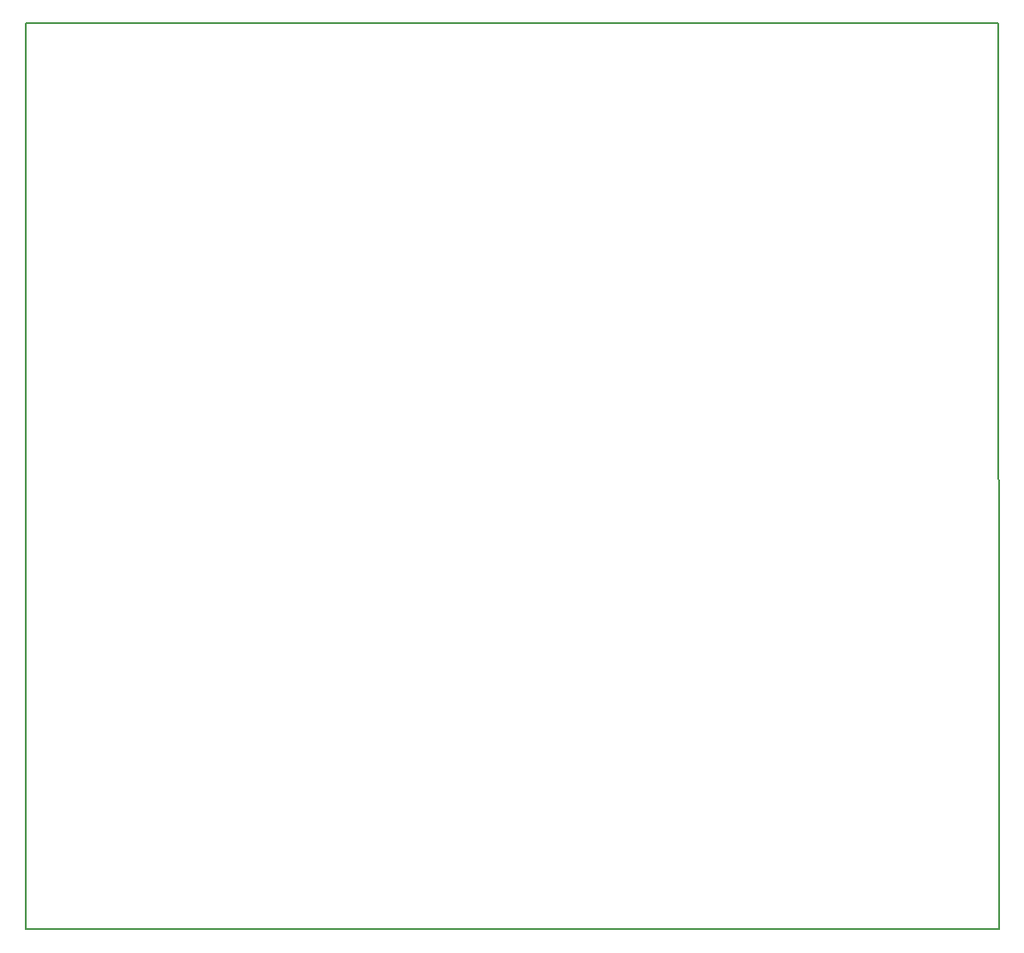
<source format=gbr>
%TF.GenerationSoftware,KiCad,Pcbnew,7.0.7*%
%TF.CreationDate,2024-05-24T10:23:49-04:00*%
%TF.ProjectId,xiao_Breadboard_r1,7869616f-5f42-4726-9561-64626f617264,rev?*%
%TF.SameCoordinates,Original*%
%TF.FileFunction,Profile,NP*%
%FSLAX46Y46*%
G04 Gerber Fmt 4.6, Leading zero omitted, Abs format (unit mm)*
G04 Created by KiCad (PCBNEW 7.0.7) date 2024-05-24 10:23:49*
%MOMM*%
%LPD*%
G01*
G04 APERTURE LIST*
%TA.AperFunction,Profile*%
%ADD10C,0.203200*%
%TD*%
G04 APERTURE END LIST*
D10*
X187960000Y-148590000D02*
X187871100Y-62230000D01*
X187871100Y-62230000D02*
X95250000Y-62230000D01*
X95250000Y-148590000D02*
X187960000Y-148590000D01*
X95250000Y-62230000D02*
X95250000Y-148590000D01*
M02*

</source>
